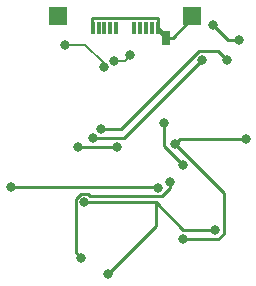
<source format=gbr>
%TF.GenerationSoftware,KiCad,Pcbnew,6.0.9*%
%TF.CreationDate,2022-12-15T21:13:34+01:00*%
%TF.ProjectId,Expansion_Card,45787061-6e73-4696-9f6e-5f436172642e,X1*%
%TF.SameCoordinates,Original*%
%TF.FileFunction,Copper,L2,Bot*%
%TF.FilePolarity,Positive*%
%FSLAX46Y46*%
G04 Gerber Fmt 4.6, Leading zero omitted, Abs format (unit mm)*
G04 Created by KiCad (PCBNEW 6.0.9) date 2022-12-15 21:13:34*
%MOMM*%
%LPD*%
G01*
G04 APERTURE LIST*
%TA.AperFunction,SMDPad,CuDef*%
%ADD10R,0.700000X1.150000*%
%TD*%
%TA.AperFunction,SMDPad,CuDef*%
%ADD11R,0.380000X1.000000*%
%TD*%
%TA.AperFunction,SMDPad,CuDef*%
%ADD12R,1.500000X1.500000*%
%TD*%
%TA.AperFunction,ViaPad*%
%ADD13C,0.800000*%
%TD*%
%TA.AperFunction,ViaPad*%
%ADD14C,0.500000*%
%TD*%
%TA.AperFunction,Conductor*%
%ADD15C,0.250000*%
%TD*%
%TA.AperFunction,Conductor*%
%ADD16C,0.160000*%
%TD*%
%TA.AperFunction,Conductor*%
%ADD17C,0.200000*%
%TD*%
G04 APERTURE END LIST*
D10*
%TO.P,P1,S1,SHIELD*%
%TO.N,GND*%
X143420000Y-129880000D03*
D11*
%TO.P,P1,B12,GND*%
X137250000Y-129040000D03*
%TO.P,P1,B11*%
%TO.N,N/C*%
X137750000Y-129040000D03*
%TO.P,P1,B10*%
X138250000Y-129040000D03*
%TO.P,P1,B9,VBUS*%
%TO.N,VBUS*%
X138750000Y-129040000D03*
%TO.P,P1,B8*%
%TO.N,N/C*%
X139250000Y-129040000D03*
%TO.P,P1,B5,VCONN*%
%TO.N,unconnected-(P1-PadB5)*%
X140750000Y-129040000D03*
%TO.P,P1,B4,VBUS*%
%TO.N,VBUS*%
X141250000Y-129040000D03*
%TO.P,P1,B3*%
%TO.N,N/C*%
X141750000Y-129040000D03*
%TO.P,P1,B2*%
X142250000Y-129040000D03*
%TO.P,P1,B1,GND*%
%TO.N,GND*%
X142750000Y-129040000D03*
%TD*%
D12*
%TO.P,TP2,1,1*%
%TO.N,GND*%
X134300000Y-128000000D03*
%TD*%
%TO.P,TP4,1,1*%
%TO.N,GND*%
X145700000Y-128000000D03*
%TD*%
D13*
%TO.N,VBUS*%
X144875000Y-146950000D03*
%TO.N,GND*%
X138512820Y-149912820D03*
%TO.N,VBUS*%
X144225000Y-138875000D03*
X150212299Y-138412701D03*
%TO.N,Net-(C5-Pad1)*%
X143286883Y-137086335D03*
X144925000Y-140650000D03*
%TO.N,/RXD*%
X148651992Y-131775000D03*
X138000000Y-137600000D03*
%TO.N,/TXD*%
X146550000Y-131750000D03*
X137275000Y-138400500D03*
%TO.N,/VDD33A*%
X130325000Y-142550000D03*
%TO.N,Net-(U3-Pad18)*%
X136250000Y-148500000D03*
X143775000Y-142075000D03*
%TO.N,/VDD33A*%
X139275000Y-139125000D03*
X136000000Y-139125000D03*
%TO.N,GND*%
X147625000Y-146150000D03*
X136525000Y-143800000D03*
%TO.N,/VDD33A*%
X142787500Y-142562500D03*
%TO.N,GND*%
X147475000Y-128800000D03*
X149675000Y-130050000D03*
%TO.N,VBUS*%
X138179117Y-132359492D03*
X134950000Y-130450000D03*
%TO.N,/D-*%
X140449500Y-131374204D03*
X139037876Y-131848084D03*
D14*
%TO.N,GND*%
X133858000Y-127571500D03*
X133858000Y-128460500D03*
X146177000Y-127571500D03*
X146177000Y-128460500D03*
X134747000Y-127571500D03*
X145224500Y-128460500D03*
X145224500Y-127571500D03*
X134747000Y-128460500D03*
%TD*%
D15*
%TO.N,VBUS*%
X144875000Y-146950000D02*
X147850305Y-146950000D01*
X147850305Y-146950000D02*
X148350000Y-146450305D01*
X148350000Y-143000000D02*
X144225000Y-138875000D01*
X148350000Y-146450305D02*
X148350000Y-143000000D01*
%TO.N,GND*%
X142575305Y-145850335D02*
X142575305Y-143800000D01*
X138512820Y-149912820D02*
X142575305Y-145850335D01*
%TO.N,VBUS*%
X144687299Y-138412701D02*
X144225000Y-138875000D01*
X150212299Y-138412701D02*
X144687299Y-138412701D01*
%TO.N,Net-(C5-Pad1)*%
X143286883Y-137086335D02*
X143286883Y-139011883D01*
X143286883Y-139011883D02*
X144925000Y-140650000D01*
%TO.N,/RXD*%
X138000000Y-137600000D02*
X139674695Y-137600000D01*
X146249695Y-131025000D02*
X147901992Y-131025000D01*
X139674695Y-137600000D02*
X146249695Y-131025000D01*
X147901992Y-131025000D02*
X148651992Y-131775000D01*
%TO.N,/TXD*%
X137275000Y-138400500D02*
X139899500Y-138400500D01*
X139899500Y-138400500D02*
X146550000Y-131750000D01*
D16*
%TO.N,VBUS*%
X138179117Y-132359492D02*
X138179117Y-132004117D01*
X138179117Y-132004117D02*
X136625000Y-130450000D01*
X136625000Y-130450000D02*
X134950000Y-130450000D01*
D15*
%TO.N,/VDD33A*%
X136000000Y-139125000D02*
X139275000Y-139125000D01*
%TO.N,GND*%
X136525000Y-143800000D02*
X142575305Y-143800000D01*
X144925305Y-146150000D02*
X147625000Y-146150000D01*
X142575305Y-143800000D02*
X144925305Y-146150000D01*
%TO.N,Net-(U3-Pad18)*%
X136250000Y-148500000D02*
X135800000Y-148050000D01*
X135800000Y-148050000D02*
X135800000Y-143499695D01*
X135800000Y-143499695D02*
X136224695Y-143075000D01*
X137037805Y-143287500D02*
X143087805Y-143287500D01*
X143775000Y-142600305D02*
X143775000Y-142075000D01*
X136224695Y-143075000D02*
X136825305Y-143075000D01*
X143087805Y-143287500D02*
X143775000Y-142600305D01*
X136825305Y-143075000D02*
X137037805Y-143287500D01*
%TO.N,/VDD33A*%
X130325000Y-142550000D02*
X142775000Y-142550000D01*
X142775000Y-142550000D02*
X142787500Y-142562500D01*
%TO.N,GND*%
X148725000Y-130050000D02*
X147475000Y-128800000D01*
X149675000Y-130050000D02*
X148725000Y-130050000D01*
D17*
%TO.N,/D-*%
X139975620Y-131848084D02*
X140449500Y-131374204D01*
X139037876Y-131848084D02*
X139975620Y-131848084D01*
D15*
%TO.N,GND*%
X143420000Y-129880000D02*
X143420000Y-129655000D01*
X143420000Y-129655000D02*
X142820000Y-129055000D01*
X142765000Y-128215000D02*
X137235000Y-128215000D01*
X142820000Y-129055000D02*
X142820000Y-128270000D01*
X142820000Y-128270000D02*
X142765000Y-128215000D01*
X137235000Y-128215000D02*
X137235000Y-129040000D01*
X143420000Y-129880000D02*
X142765000Y-129225000D01*
X142765000Y-129225000D02*
X142765000Y-129040000D01*
X143420000Y-129880000D02*
X144020000Y-129880000D01*
X144020000Y-129880000D02*
X145700000Y-128200000D01*
X145700000Y-128200000D02*
X145700000Y-128000000D01*
%TD*%
M02*

</source>
